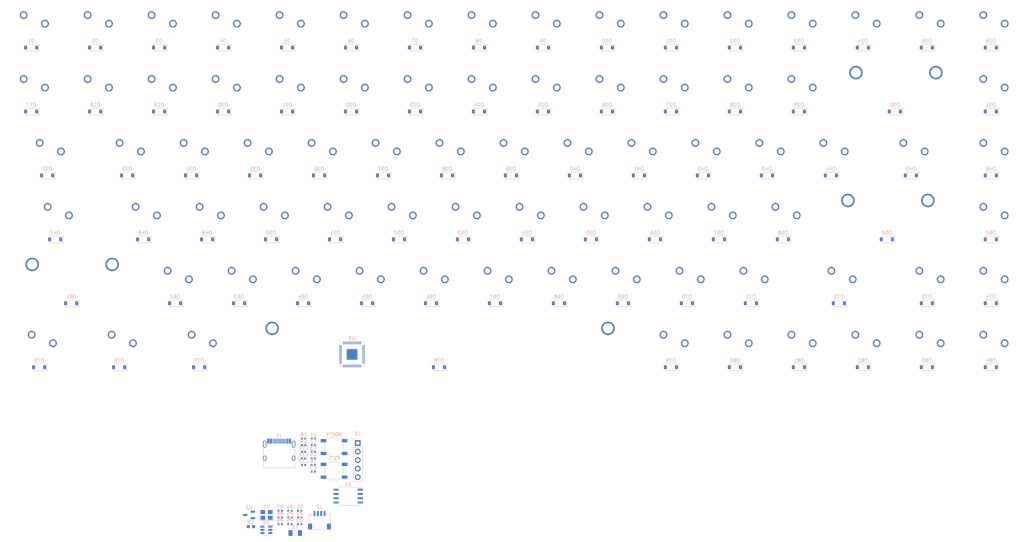
<source format=kicad_pcb>
(kicad_pcb (version 20221018) (generator pcbnew)
  (layers (0 "F.Cu" signal) (31 "B.Cu" signal) (34 "B.Paste" user) (35 "F.Paste" user) (36 "B.SilkS" user "B.Silkscreen") (37 "F.SilkS" user "F.Silkscreen") (38 "B.Mask" user) (39 "F.Mask" user) (44 "Edge.Cuts" user))
  (net 0 "")
  (net 1 "GND")
  (net 2 "Net-(BOOT1-Pad2)")
  (net 3 "+5V")
  (net 4 "+3V3")
  (net 5 "+1V1")
  (net 6 "XIN")
  (net 7 "Net-(C11-Pad2)")
  (net 9 "Net-(D1-A)")
  (net 11 "Net-(D2-A)")
  (net 13 "Net-(D3-A)")
  (net 15 "Net-(D4-A)")
  (net 17 "Net-(D5-A)")
  (net 19 "Net-(D6-A)")
  (net 21 "Net-(D7-A)")
  (net 23 "Net-(D8-A)")
  (net 25 "Net-(D9-A)")
  (net 27 "Net-(D10-A)")
  (net 29 "Net-(D11-A)")
  (net 31 "Net-(D12-A)")
  (net 33 "Net-(D13-A)")
  (net 35 "Net-(D14-A)")
  (net 37 "Net-(D15-A)")
  (net 39 "Net-(D16-A)")
  (net 41 "Net-(D17-A)")
  (net 43 "Net-(D18-A)")
  (net 45 "Net-(D19-A)")
  (net 47 "Net-(D20-A)")
  (net 49 "Net-(D21-A)")
  (net 51 "Net-(D22-A)")
  (net 53 "Net-(D23-A)")
  (net 55 "Net-(D24-A)")
  (net 57 "Net-(D25-A)")
  (net 59 "Net-(D26-A)")
  (net 61 "Net-(D27-A)")
  (net 63 "Net-(D28-A)")
  (net 65 "Net-(D29-A)")
  (net 67 "Net-(D30-A)")
  (net 69 "Net-(D31-A)")
  (net 71 "Net-(D32-A)")
  (net 73 "Net-(D33-A)")
  (net 75 "Net-(D34-A)")
  (net 77 "Net-(D35-A)")
  (net 79 "Net-(D36-A)")
  (net 81 "Net-(D37-A)")
  (net 83 "Net-(D38-A)")
  (net 85 "Net-(D39-A)")
  (net 87 "Net-(D40-A)")
  (net 89 "Net-(D41-A)")
  (net 91 "Net-(D42-A)")
  (net 93 "Net-(D43-A)")
  (net 95 "Net-(D44-A)")
  (net 97 "Net-(D45-A)")
  (net 99 "Net-(D46-A)")
  (net 101 "Net-(D47-A)")
  (net 103 "Net-(D48-A)")
  (net 105 "Net-(D49-A)")
  (net 107 "Net-(D50-A)")
  (net 109 "Net-(D51-A)")
  (net 111 "Net-(D52-A)")
  (net 113 "Net-(D53-A)")
  (net 115 "Net-(D54-A)")
  (net 117 "Net-(D55-A)")
  (net 119 "Net-(D56-A)")
  (net 121 "Net-(D57-A)")
  (net 123 "Net-(D58-A)")
  (net 125 "Net-(D59-A)")
  (net 127 "Net-(D60-A)")
  (net 129 "Net-(D61-A)")
  (net 131 "Net-(D62-A)")
  (net 133 "Net-(D63-A)")
  (net 135 "Net-(D64-A)")
  (net 137 "Net-(D65-A)")
  (net 139 "Net-(D66-A)")
  (net 141 "Net-(D67-A)")
  (net 143 "Net-(D68-A)")
  (net 145 "Net-(D69-A)")
  (net 147 "Net-(D70-A)")
  (net 149 "Net-(D71-A)")
  (net 151 "Net-(D72-A)")
  (net 153 "Net-(D73-A)")
  (net 155 "Net-(D74-A)")
  (net 157 "Net-(D75-A)")
  (net 159 "Net-(D76-A)")
  (net 161 "Net-(D77-A)")
  (net 163 "Net-(D78-A)")
  (net 165 "Net-(D79-A)")
  (net 167 "Net-(D80-A)")
  (net 169 "Net-(D81-A)")
  (net 171 "Net-(D82-A)")
  (net 173 "Net-(D83-A)")
  (net 175 "Net-(D84-A)")
  (net 176 "VBUS")
  (net 177 "Net-(J1-CC1)")
  (net 178 "D+")
  (net 179 "D-")
  (net 181 "Net-(J1-CC2)")
  (net 183 "RESET")
  (net 184 "SWC")
  (net 185 "SWD")
  (net 266 "Net-(R3-Pad2)")
  (net 267 "Q_SEL")
  (net 268 "Net-(U3-USB_DP)")
  (net 269 "Net-(U3-USB_DM)")
  (net 270 "XOUT")
  (net 303 "Q_I03")
  (net 304 "Q_CLK")
  (net 305 "Q_I00")
  (net 306 "Q_I02")
  (net 307 "Q_I01")
  (footprint "Diode_SMD:D_SOD-123" (layer "B.Cu") (at 198.91375 31.59125 180)
    (fp_text reference "D10")
    (fp_text value "D_Small")
  )
  (footprint "Connector_USB:USB_C_Receptacle_HRO_TYPE-C-31-M-12" (layer "B.Cu") (at 101.30875 152.91875 180)
    (fp_text reference "J1")
    (fp_text value "USB_C_Receptacle_USB2.0")
  )
  (footprint "Diode_SMD:D_SOD-123" (layer "B.Cu") (at 141.76375 50.64125 180)
    (fp_text reference "D23")
    (fp_text value "D_Small")
  )
  (footprint "PCM_marbastlib-mx:SW_MX_1u" (layer "B.Cu") (at 313.53125 122.2375 180)
    (fp_text reference "MX84" hide)
    (fp_text value "MX_SW_s")
  )
  (footprint "PCM_marbastlib-mx:SW_MX_1u" (layer "B.Cu") (at 99.21875 84.1375 180)
    (fp_text reference "MX50" hide)
    (fp_text value "MX_SW_s")
  )
  (footprint "PCM_marbastlib-mx:SW_MX_1u" (layer "B.Cu") (at 46.83125 46.0375 180)
    (fp_text reference "MX18" hide)
    (fp_text value "MX_SW_s")
  )
  (footprint "PCM_marbastlib-mx:SW_MX_1u" (layer "B.Cu") (at 294.48125 103.1875 180)
    (fp_text reference "MX73" hide)
    (fp_text value "MX_SW_s")
  )
  (footprint "PCM_marbastlib-mx:SW_MX_1u" (layer "B.Cu") (at 84.93125 26.9875 180)
    (fp_text reference "MX4" hide)
    (fp_text value "MX_SW_s")
  )
  (footprint "Diode_SMD:D_SOD-123" (layer "B.Cu") (at 184.62625 107.79125 180)
    (fp_text reference "D68")
    (fp_text value "D_Small")
  )
  (footprint "Resistor_SMD:R_0402_1005Metric" (layer "B.Cu") (at 101.62875 169.63875 180)
    (fp_text reference "R7")
    (fp_text value "27")
  )
  (footprint "Diode_SMD:D_SOD-123" (layer "B.Cu") (at 132.23875 69.69125 180)
    (fp_text reference "D37")
    (fp_text value "D_Small")
  )
  (footprint "Resistor_SMD:R_0402_1005Metric" (layer "B.Cu") (at 104.53875 173.61875 180)
    (fp_text reference "R6")
    (fp_text value "1k")
  )
  (footprint "PCM_marbastlib-mx:SW_MX_1u" (layer "B.Cu") (at 161.13125 46.0375 180)
    (fp_text reference "MX24" hide)
    (fp_text value "MX_SW_s")
  )
  (footprint "Diode_SMD:D_SOD-123" (layer "B.Cu") (at 227.48875 69.69125 180)
    (fp_text reference "D42")
    (fp_text value "D_Small")
  )
  (footprint "PCM_marbastlib-mx:SW_MX_1u" (layer "B.Cu") (at 294.48125 122.2375 180)
    (fp_text reference "MX83" hide)
    (fp_text value "MX_SW_s")
  )
  (footprint "Diode_SMD:D_SOD-123" (layer "B.Cu") (at 217.96375 126.84125 180)
    (fp_text reference "D79")
    (fp_text value "D_Small")
  )
  (footprint "Diode_SMD:D_SOD-123" (layer "B.Cu") (at 46.51375 50.64125 180)
    (fp_text reference "D18")
    (fp_text value "D_Small")
  )
  (footprint "PCM_marbastlib-mx:SW_MX_1.25u" (layer "B.Cu") (at 77.7875 122.2375 180)
    (fp_text reference "MX77" hide)
    (fp_text value "MX_SW_s")
  )
  (footprint "PCM_marbastlib-mx:SW_MX_1u" (layer "B.Cu") (at 227.80625 65.0875 180)
    (fp_text reference "MX42" hide)
    (fp_text value "MX_SW_s")
  )
  (footprint "Diode_SMD:D_SOD-123" (layer "B.Cu") (at 53.6575 126.84125 180)
    (fp_text reference "D76")
    (fp_text value "D_Small")
  )
  (footprint "PCM_marbastlib-mx:SW_MX_1u" (layer "B.Cu") (at 170.65625 65.0875 180)
    (fp_text reference "MX39" hide)
    (fp_text value "MX_SW_s")
  )
  (footprint "Resistor_SMD:R_0402_1005Metric" (layer "B.Cu") (at 104.53875 169.63875 180)
    (fp_text reference "R4")
    (fp_text value "5.1k")
  )
  (footprint "Diode_SMD:D_SOD-123" (layer "B.Cu") (at 46.51375 31.59125 180)
    (fp_text reference "D2")
    (fp_text value "D_Small")
  )
  (footprint "Diode_SMD:D_SOD-123" (layer "B.Cu") (at 241.77625 107.79125 180)
    (fp_text reference "D71")
    (fp_text value "D_Small")
  )
  (footprint "PCM_marbastlib-mx:SW_MX_1u" (layer "B.Cu") (at 70.64375 103.1875 180)
    (fp_text reference "MX62" hide)
    (fp_text value "MX_SW_s")
  )
  (footprint "PCM_marbastlib-mx:SW_MX_1u" (layer "B.Cu") (at 132.55625 65.0875 180)
    (fp_text reference "MX37" hide)
    (fp_text value "MX_SW_s")
  )
  (footprint "PCM_marbastlib-mx:SW_MX_1u" (layer "B.Cu") (at 94.45625 65.0875 180)
    (fp_text reference "MX35" hide)
    (fp_text value "MX_SW_s")
  )
  (footprint "Diode_SMD:D_SOD-123" (layer "B.Cu") (at 29.845 126.84125 180)
    (fp_text reference "D75")
    (fp_text value "D_Small")
  )
  (footprint "Diode_SMD:D_SOD-123" (layer "B.Cu") (at 151.28875 69.69125 180)
    (fp_text reference "D38")
    (fp_text value "D_Small")
  )
  (footprint "Resistor_SMD:R_0402_1005Metric" (layer "B.Cu") (at 101.62875 173.61875 180)
    (fp_text reference "R9")
    (fp_text value "1k")
  )
  (footprint "Diode_SMD:D_SOD-123" (layer "B.Cu") (at 103.66375 31.59125 180)
    (fp_text reference "D5")
    (fp_text value "D_Small")
  )
  (footprint "PCM_marbastlib-mx:SW_MX_1u" (layer "B.Cu") (at 180.18125 46.0375 180)
    (fp_text reference "MX25" hide)
    (fp_text value "MX_SW_s")
  )
  (footprint "Diode_SMD:D_SOD-123" (layer "B.Cu") (at 282.2575 88.74125 180)
    (fp_text reference "D59")
    (fp_text value "D_Small")
  )
  (footprint "PCM_marbastlib-mx:SW_MX_1u" (layer "B.Cu") (at 127.79375 103.1875 180)
    (fp_text reference "MX65" hide)
    (fp_text value "MX_SW_s")
  )
  (footprint "PCM_marbastlib-mx:SW_MX_1u" (layer "B.Cu") (at 137.31875 84.1375 180)
    (fp_text reference "MX52" hide)
    (fp_text value "MX_SW_s")
  )
  (footprint "Diode_SMD:D_SOD-123" (layer "B.Cu") (at 294.16375 126.84125 180)
    (fp_text reference "D83")
    (fp_text value "D_Small")
  )
  (footprint "PCM_marbastlib-mx:SW_MX_1u" (layer "B.Cu") (at 275.43125 26.9875 180)
    (fp_text reference "MX14" hide)
    (fp_text value "MX_SW_s")
  )
  (footprint "PCM_marbastlib-mx:SW_MX_1u" (layer "B.Cu") (at 123.03125 26.9875 180)
    (fp_text reference "MX6" hide)
    (fp_text value "MX_SW_s")
  )
  (footprint "Diode_SMD:D_SOD-123" (layer "B.Cu") (at 237.01375 126.84125 180)
    (fp_text reference "D80")
    (fp_text value "D_Small")
  )
  (footprint "PCM_marbastlib-mx:STAB_MX_P_6.25u" (layer "B.Cu") (at 149.225 122.2375 180)
    (fp_text reference "MX78" hide)
    (fp_text value "MX_SW_s")
  )
  (footprint "PCM_marbastlib-mx:SW_MX_1u" (layer "B.Cu") (at 313.53125 26.9875 180)
    (fp_text reference "MX16" hide)
    (fp_text value "MX_SW_s")
  )
  (footprint "PCM_marbastlib-mx:SW_MX_1.75u" (layer "B.Cu") (at 34.925 84.1375 180)
    (fp_text reference "MX47" hide)
    (fp_text value "MX_SW_s")
  )
  (footprint "Connector_JST:JST_SH_SM04B-SRSS-TB_1x04-1MP_P1.00mm_Horizontal" (layer "B.Cu") (at 113.32875 172.44875 180)
    (fp_text reference "J2")
    (fp_text value "Conn_01x04")
  )
  (footprint "Diode_SMD:D_SOD-123" (layer "B.Cu") (at 84.61375 50.64125 180)
    (fp_text reference "D20")
    (fp_text value "D_Small")
  )
  (footprint "PCM_marbastlib-mx:SW_MX_1u" (layer "B.Cu") (at 251.61875 84.1375 180)
    (fp_text reference "MX58" hide)
    (fp_text value "MX_SW_s")
  )
  (footprint "PCM_marbastlib-mx:SW_MX_1u" (layer "B.Cu") (at 194.46875 84.1375 180)
    (fp_text reference "MX55" hide)
    (fp_text value "MX_SW_s")
  )
  (footprint "PCM_marbastlib-mx:SW_MX_1u" (layer "B.Cu") (at 246.85625 65.0875 180)
    (fp_text reference "MX43" hide)
    (fp_text value "MX_SW_s")
  )
  (footprint "Diode_SMD:D_SOD-123" (layer "B.Cu") (at 222.72625 107.79125 180)
    (fp_text reference "D70")
    (fp_text value "D_Small")
  )
  (footprint "Diode_SMD:D_SOD-123" (layer "B.Cu") (at 165.57625 107.79125 180)
    (fp_text reference "D67")
    (fp_text value "D_Small")
  )
  (footprint "PCM_marbastlib-mx:SW_MX_1u" (layer "B.Cu") (at 61.11875 84.1375 180)
    (fp_text reference "MX48" hide)
    (fp_text value "MX_SW_s")
  )
  (footprint "Diode_SMD:D_SOD-123" (layer "B.Cu") (at 217.96375 50.64125 180)
    (fp_text reference "D27")
    (fp_text value "D_Small")
  )
  (footprint "Package_SO:SOIC-8_5.23x5.23mm_P1.27mm" (layer "B.Cu") (at 121.86875 165.25875 180)
    (fp_text reference "U4")
    (fp_text value "W25Q128JVS")
  )
  (footprint "Diode_SMD:D_SOD-123" (layer "B.Cu") (at 60.80125 88.74125 180)
    (fp_text reference "D48")
    (fp_text value "D_Small")
  )
  (footprint "PCM_marbastlib-mx:SW_MX_1u" (layer "B.Cu") (at 165.89375 103.1875 180)
    (fp_text reference "MX67" hide)
    (fp_text value "MX_SW_s")
  )
  (footprint "PCM_marbastlib-mx:SW_MX_1u" (layer "B.Cu") (at 275.43125 122.2375 180)
    (fp_text reference "MX82" hide)
    (fp_text value "MX_SW_s")
  )
  (footprint "PCM_marbastlib-mx:SW_MX_1u" (layer "B.Cu") (at 89.69375 103.1875 180)
    (fp_text reference "MX63" hide)
    (fp_text value "MX_SW_s")
  )
  (footprint "Diode_SMD:D_SOD-123" (layer "B.Cu") (at 237.01375 50.64125 180)
    (fp_text reference "D28")
    (fp_text value "D_Small")
  )
  (footprint "Diode_SMD:D_SOD-123" (layer "B.Cu") (at 208.43875 69.69125 180)
    (fp_text reference "D41")
    (fp_text value "D_Small")
  )
  (footprint "Diode_SMD:D_SOD-123" (layer "B.Cu") (at 56.03875 69.69125 180)
    (fp_text reference "D33")
    (fp_text value "D_Small")
  )
  (footprint "Diode_SMD:D_SOD-123" (layer "B.Cu") (at 34.6075 88.74125 180)
    (fp_text reference "D47")
    (fp_text value "D_Small")
  )
  (footprint "PCM_marbastlib-mx:SW_MX_1u" (layer "B.Cu") (at 313.53125 65.0875 180)
    (fp_text reference "MX46" hide)
    (fp_text value "MX_SW_s")
  )
  (footprint "Diode_SMD:D_SOD-123" (layer "B.Cu") (at 275.11375 126.84125 180)
    (fp_text reference "D82")
    (fp_text value "D_Small")
  )
  (footprint "Connector_PinSocket_2.54mm:PinSocket_1x05_P2.54mm_Vertical" (layer "B.Cu") (at 124.71875 149.44875 180)
    (fp_text reference "J3")
    (fp_text value "Conn_01x05")
  )
  (footprint "PCM_marbastlib-mx:SW_MX_1u" (layer "B.Cu") (at 256.38125 46.0375 180)
    (fp_text reference "MX29" hide)
    (fp_text value "MX_SW_s")
  )
  (footprint "Capacitor_SMD:C_0402_1005Metric" (layer "B.Cu") (at 108.58875 152.04875 180)
    (fp_text reference "C10")
    (fp_text value "22p")
  )
  (footprint "Diode_SMD:D_SOD-123" (layer "B.Cu") (at 313.21375 69.69125 180)
    (fp_text reference "D46")
    (fp_text value "D_Small")
  )
  (footprint "PCM_marbastlib-mx:SW_MX_1u" (layer "B.Cu") (at 199.23125 46.0375 180)
    (fp_text reference "MX26" hide)
    (fp_text value "MX_SW_s")
  )
  (footprint "Diode_SMD:D_SOD-123" (layer "B.Cu") (at 65.56375 31.59125 180)
    (fp_text reference "D3")
    (fp_text value "D_Small")
  )
  (footprint "Diode_SMD:D_SOD-123" (layer "B.Cu") (at 137.00125 88.74125 180)
    (fp_text reference "D52")
    (fp_text value "D_Small")
  )
  (footprint "Diode_SMD:D_SOD-123" (layer "B.Cu") (at 179.86375 31.59125 180)
    (fp_text reference "D9")
    (fp_text value "D_Small")
  )
  (footprint "PCM_marbastlib-mx:SW_MX_1u" (layer "B.Cu") (at 294.48125 26.9875 180)
    (fp_text reference "MX15" hide)
    (fp_text value "MX_SW_s")
  )
  (footprint "Resistor_SMD:R_0402_1005Metric" (layer "B.Cu") (at 107.44875 171.62875 180)
    (fp_text reference "R2")
    (fp_text value "5.1k")
  )
  (footprint "PCM_marbastlib-mx:SW_MX_1u" (layer "B.Cu") (at 80.16875 84.1375 180)
    (fp_text reference "MX49" hide)
    (fp_text value "MX_SW_s")
  )
  (footprint "Diode_SMD:D_SOD-123" (layer "B.Cu") (at 313.21375 31.59125 180)
    (fp_text reference "D16")
    (fp_text value "D_Small")
  )
  (footprint "Diode_SMD:D_SOD-123" (layer "B.Cu") (at 27.46375 50.64125 180)
    (fp_text reference "D17")
    (fp_text value "D_Small")
  )
  (footprint "PCM_marbastlib-mx:SW_MX_1u" (layer "B.Cu") (at 218.28125 26.9875 180)
    (fp_text reference "MX11" hide)
    (fp_text value "MX_SW_s")
  )
  (footprint "PCM_marbastlib-mx:SW_MX_1u" (layer "B.Cu") (at 242.09375 103.1875 180)
    (fp_text reference "MX71" hide)
    (fp_text value "MX_SW_s")
  )
  (footprint "Diode_SMD:D_SOD-123" (layer "B.Cu") (at 313.21375 50.64125 180)
    (fp_text reference "D31")
    (fp_text value "D_Small")
  )
  (footprint "Diode_SMD:D_SOD-123" (layer "B.Cu") (at 108.42625 107.79125 180)
    (fp_text reference "D64")
    (fp_text value "D_Small")
  )
  (footprint "Capacitor_SMD:C_0402_1005Metric" (layer "B.Cu") (at 108.58875 154.01875 180)
    (fp_text reference "C11")
    (fp_text value "22p")
  )
  (footprint "Resistor_SMD:R_0402_1005Metric" (layer "B.Cu") (at 107.44875 169.63875 180)
    (fp_text reference "R1")
    (fp_text value "5.1k")
  )
  (footprint "Diode_SMD:D_SOD-123" (layer "B.Cu") (at 39.37 107.79125 180)
    (fp_text reference "D61")
    (fp_text value "D_Small")
  )
  (footprint "PCM_marbastlib-mx:SW_MX_1u" (layer "B.Cu") (at 146.84375 103.1875 180)
    (fp_text reference "MX66" hide)
    (fp_text value "MX_SW_s")
  )
  (footprint "Diode_SMD:D_SOD-123" (layer "B.Cu") (at 77.47 126.84125 180)
    (fp_text reference "D77")
    (fp_text value "D_Small")
  )
  (footprint "Diode_SMD:D_SOD-123" (layer "B.Cu") (at 275.11375 31.59125 180)
    (fp_text reference "D14")
    (fp_text value "D_Small")
  )
  (footprint "Resistor_SMD:R_0402_1005Metric" (layer "B.Cu") (at 104.53875 171.62875 180)
    (fp_text reference "R5")
    (fp_text value "5.1k")
  )
  (footprint "Diode_SMD:D_SOD-123" (layer "B.Cu") (at 75.08875 69.69125 180)
    (fp_text reference "D34")
    (fp_text value "D_Small")
  )
  (footprint "Diode_SMD:D_SOD-123" (layer "B.Cu") (at 284.63875 50.64125 180)
    (fp_text reference "D30")
    (fp_text value "D_Small")
  )
  (footprint "Resistor_SMD:R_0402_1005Metric" (layer "B.Cu") (at 101.62875 171.62875 180)
    (fp_text reference "R8")
    (fp_text value "27")
  )
  (footprint "PCM_marbastlib-mx:SW_MX_1u" (layer "B.Cu") (at 156.36875 84.1375 180)
    (fp_text reference "MX53" hide)
    (fp_text value "MX_SW_s")
  )
  (footprint "PCM_marbastlib-various:SOT-23-6-routable" (layer "B.Cu") (at 97.51375 175.31875 180)
    (fp_text reference "U2")
    (fp_text value "SRV05-4")
  )
  (footprint "PCM_marbastlib-mx:SW_MX_1.25u" (layer "B.Cu") (at 53.975 122.2375 180)
    (fp_text reference "MX76" hide)
    (fp_text value "MX_SW_s")
  )
  (footprint "PCM_marbastlib-mx:SW_MX_1u" (layer "B.Cu") (at 27.78125 46.0375 180)
    (fp_text reference "MX17" hide)
    (fp_text value "MX_SW_s")
  )
  (footprint "Diode_SMD:D_SOD-123" (layer "B.Cu") (at 148.9075 126.84125 180)
    (fp_text reference "D78")
    (fp_text value "D_Small")
  )
  (footprint "PCM_marbastlib-mx:SW_MX_1u" (layer "B.Cu") (at 65.88125 46.0375 180)
    (fp_text reference "MX19" hide)
    (fp_text value "MX_SW_s")
  )
  (footprint "PCM_marbastlib-mx:SW_MX_1u" (layer "B.Cu") (at 180.18125 26.9875 180)
    (fp_text reference "MX9" hide)
    (fp_text value "MX_SW_s")
  )
  (footprint "Diode_SMD:D_SOD-123" (layer "B.Cu") (at 313.21375 126.84125 180)
    (fp_text reference "D84")
    (fp_text value "D_Small")
  )
  (footprint "Diode_SMD:D_SOD-123" (layer "B.Cu") (at 122.71375 31.59125 180)
    (fp_text reference "D6")
    (fp_text value "D_Small")
  )
  (footprint "Capacitor_SMD:C_0402_1005Metric" (layer "B.Cu") (at 111.45875 154.01875 180)
    (fp_text reference "C4")
    (fp_text value "100n")
  )
  (footprint "Diode_SMD:D_SOD-123" (layer "B.Cu") (at 203.67625 107.79125 180)
    (fp_text reference "D69")
    (fp_text value "D_Small")
  )
  (footprint "PCM_marbastlib-mx:SW_MX_1u" (layer "B.Cu") (at 175.41875 84.1375 180)
    (fp_text reference "MX54" hide)
    (fp_text value "MX_SW_s")
  )
  (footprint "Diode_SMD:D_SOD-123" (layer "B.Cu") (at 289.40125 69.69125 180)
    (fp_text reference "D45")
    (fp_text value "D_Small")
  )
  (footprint "Package_DFN_QFN:QFN-56-1EP_7x7mm_P0.4mm_EP3.2x3.2mm" (layer "B.Cu") (at 123.025 123.025 180)
    (fp_text reference "U3")
    (fp_text value "RP2040")
  )
  (footprint "Diode_SMD:D_SOD-123" (layer "B.Cu") (at 84.61375 31.59125 180)
    (fp_text reference "D4")
    (fp_text value "D_Small")
  )
  (footprint "PCM_marbastlib-mx:SW_MX_1u" (layer "B.Cu") (at 265.90625 65.0875 180)
    (fp_text reference "MX44" hide)
    (fp_text value "MX_SW_s")
  )
  (footprint "PCM_marbastlib-mx:SW_MX_1u" (layer "B.Cu") (at 103.98125 26.9875 180)
    (fp_text reference "MX5" hide)
    (fp_text value "MX_SW_s")
  )
  (footprint "Button_Switch_SMD:SW_SPST_TL3342" (layer "B.Cu") (at 117.66875 150.64875 180)
    (fp_text reference "BOOT1")
    (fp_text value "SW_Push")
  )
  (footprint "Diode_SMD:D_SOD-123" (layer "B.Cu") (at 146.52625 107.79125 180)
    (fp_text reference "D66")
    (fp_text value "D_Small")
  )
  (footprint "Diode_SMD:D_SOD-123" (layer "B.Cu") (at 294.16375 107.79125 180)
    (fp_text reference "D73")
    (fp_text value "D_Small")
  )
  (footprint "Diode_SMD:D_SOD-123" (layer "B.Cu") (at 267.97 107.79125 180)
    (fp_text reference "D72")
    (fp_text value "D_Small")
  )
  (footprint "Diode_SMD:D_SOD-123" (layer "B.Cu") (at 313.21375 107.79125 180)
    (fp_text reference "D74")
    (fp_text value "D_Small")
  )
  (footprint "Button_Switch_SMD:SW_SPST_TL3342" (layer "B.Cu") (at 117.66875 157.69875 180)
    (fp_text reference "RST1")
    (fp_text value "SW_Push")
  )
  (footprint "Diode_SMD:D_SOD-123" (layer "B.Cu") (at 103.66375 50.64125 180)
    (fp_text reference "D21")
    (fp_text value "D_Small")
  )
  (footprint "Diode_SMD:D_SOD-123" (layer "B.Cu") (at 198.91375 50.64125 180)
    (fp_text reference "D26")
    (fp_text value "D_Small")
  )
  (footprint "PCM_marbastlib-mx:SW_MX_1u" (layer "B.Cu") (at 223.04375 103.1875 180)
    (fp_text reference "MX70" hide)
    (fp_text value "MX_SW_s")
  )
  (footprint "Diode_SMD:D_SOD-123" (layer "B.Cu") (at 213.20125 88.74125 180)
    (fp_text reference "D56")
    (fp_text value "D_Small")
  )
  (footprint "Diode_SMD:D_SOD-123" (layer "B.Cu") (at 246.53875 69.69125 180)
    (fp_text reference "D43")
    (fp_text value "D_Small")
  )
  (footprint "PCM_marbastlib-mx:SW_MX_1u" (layer "B.Cu") (at 313.53125 84.1375 180)
    (fp_text reference "MX60" hide)
    (fp_text value "MX_SW_s")
  )
  (footprint "PCM_marbastlib-mx:STAB_MX_P_2.25u" (layer "B.Cu") (at 282.575 84.1375 180)
    (fp_text reference "MX59" hide)
    (fp_text value "MX_SW_s")
  )
  (footprint "PCM_marbastlib-mx:SW_MX_1u" (layer "B.Cu") (at 203.99375 103.1875 180)
    (fp_text reference "MX69" hide)
    (fp_text value "MX_SW_s")
  )
  (footprint "Diode_SMD:D_SOD-123" (layer "B.Cu") (at 156.05125 88.74125 180)
    (fp_text reference "D53")
    (fp_text value "D_Small")
  )
  (footprint "Diode_SMD:D_SOD-123" (layer "B.Cu") (at 256.06375 50.64125 180)
    (fp_text reference "D29")
    (fp_text value "D_Small")
  )
  (footprint "PCM_marbastlib-mx:SW_MX_1u" (layer "B.Cu") (at 65.88125 26.9875 180)
    (fp_text reference "MX3" hide)
    (fp_text value "MX_SW_s")
  )
  (footprint "PCM_marbastlib-mx:SW_MX_1u" (layer "B.Cu") (at 56.35625 65.0875 180)
    (fp_text reference "MX33" hide)
    (fp_text value "MX_SW_s")
  )
  (footprint "Diode_SMD:D_SOD-123" (layer "B.Cu") (at 256.06375 31.59125 180)
    (fp_text reference "D13")
    (fp_text value "D_Small")
  )
  (footprint "PCM_marbastlib-mx:SW_MX_1u" (layer "B.Cu") (at 84.93125 46.0375 180)
    (fp_text reference "MX20" hide)
    (fp_text value "MX_SW_s")
  )
  (footprint "Capacitor_SMD:C_0402_1005Metric" (layer "B.Cu") (at 108.58875 148.10875 180)
    (fp_text reference "C8")
    (fp_text value "100n")
  )
  (footprint "PCM_marbastlib-mx:SW_MX_1u" (layer "B.Cu") (at 142.08125 46.0375 180)
    (fp_text reference "MX23" hide)
    (fp_text value "MX_SW_s")
  )
  (footprint "PCM_marbastlib-mx:SW_MX_1u" (layer "B.Cu") (at 103.98125 46.0375 180)
    (fp_text reference "MX21" hide)
    (fp_text value "MX_SW_s")
  )
  (footprint "PCM_marbastlib-mx:SW_MX_1u" (layer "B.Cu") (at 313.53125 103.1875 180)
    (fp_text reference "MX74" hide)
    (fp_text value "MX_SW_s")
  )
  (footprint "Diode_SMD:D_SOD-123" (layer "B.Cu") (at 294.16375 31.59125 180)
    (fp_text reference "D15")
    (fp_text value "D_Small")
  )
  (footprint "Diode_SMD:D_SOD-123" (layer "B.Cu") (at 70.32625 107.79125 180)
    (fp_text reference "D62")
    (fp_text value "D_Small")
  )
  (footprint "Diode_SMD:D_SOD-123" (layer "B.Cu") (at 194.15125 88.74125 180)
    (fp_text reference "D55")
    (fp_text value "D_Small")
  )
  (footprint "PCM_marbastlib-mx:SW_MX_1u" (layer "B.Cu") (at 46.83125 26.9875 180)
    (fp_text reference "MX2" hide)
    (fp_text value "MX_SW_s")
  )
  (footprint "Diode_SMD:D_SOD-123" (layer "B.Cu") (at 237.01375 31.59125 180)
    (fp_text reference "D12")
    (fp_text value "D_Small")
  )
  (footprint "Diode_SMD:D_SOD-123" (layer "B.Cu") (at 89.37625 107.79125 180)
    (fp_text reference "D63")
    (fp_text value "D_Small")
  )
  (footprint "Diode_SMD:D_SOD-123" (layer "B.Cu") (at 65.56375 50.64125 180)
    (fp_text reference "D19")
    (fp_text value "D_Small")
  )
  (footprint "Diode_SMD:D_SOD-123" (layer "B.Cu") (at 117.95125 88.74125 180)
    (fp_text reference "D51")
    (fp_text value "D_Small")
  )
  (footprint "PCM_marbastlib-mx:SW_MX_1u" (layer "B.Cu") (at 313.53125 46.0375 180)
    (fp_text reference "MX31" hide)
    (fp_text value "MX_SW_s")
  )
  (footprint "Capacitor_SMD:C_0402_1005Metric" (layer "B.Cu") (at 111.45875 157.95875 180)
    (fp_text reference "C7")
    (fp_text value "100n")
  )
  (footprint "PCM_marbastlib-mx:SW_MX_1u" (layer "B.Cu") (at 161.13125 26.9875 180)
    (fp_text reference "MX8" hide)
    (fp_text value "MX_SW_s")
  )
  (footprint "Diode_SMD:D_SOD-123" (layer "B.Cu") (at 251.30125 88.74125 180)
    (fp_text reference "D58")
    (fp_text value "D_Small")
  )
  (footprint "Diode_SMD:D_SOD-123" (layer "B.Cu") (at 94.13875 69.69125 180)
    (fp_text reference "D35")
    (fp_text value "D_Small")
  )
  (footprint "PCM_marbastlib-mx:SW_MX_1u" (layer "B.Cu") (at 189.70625 65.0875 180)
    (fp_text reference "MX40" hide)
    (fp_text value "MX_SW_s")
  )
  (footprint "Capacitor_SMD:C_0603_1608Metric" (layer "B.Cu") (at 92.91875 174.34875 180)
    (fp_text reference "C5")
    (fp_text value "10u")
  )
  (footprint "PCM_marbastlib-mx:SW_MX_1u" (layer "B.Cu") (at 151.60625 65.0875 180)
    (fp_text reference "MX38" hide)
    (fp_text value "MX_SW_s")
  )
  (footprint "Diode_SMD:D_SOD-123" (layer "B.Cu") (at 170.33875 69.69125 180)
    (fp_text reference "D39")
    (fp_text value "D_Small")
  )
  (footprint "Diode_SMD:D_SOD-123" (layer "B.Cu") (at 27.46375 31.59125 180)
    (fp_text reference "D1")
    (fp_text value "D_Small")
  )
  (footprint "PCM_marbastlib-mx:SW_MX_1u" (layer "B.Cu") (at 256.38125 122.2375 180)
    (fp_text reference "MX81" hide)
    (fp_text value "MX_SW_s")
  )
  (footprint "PCM_marbastlib-mx:STAB_MX_P_2u" (layer "B.Cu") (at 284.95625 46.0375 180)
    (fp_text reference "MX30" hide)
    (fp_text value "MX_SW_s")
  )
  (footprint "Diode_SMD:D_SOD-123" (layer "B.Cu") (at 313.21375 88.74125 180)
    (fp_text reference "D60")
    (fp_text value "D_Small")
  )
  (footprint "PCM_marbastlib-mx:SW_MX_1u" (layer "B.Cu") (at 237.33125 122.2375 180)
    (fp_text reference "MX80" hide)
    (fp_text value "MX_SW_s")
  )
  (footprint "PCM_marbastlib-mx:SW_MX_1u" (layer "B.Cu") (at 108.74375 103.1875 180)
    (fp_text reference "MX64" hide)
    (fp_text value "MX_SW_s")
  )
  (footprint "Diode_SMD:D_SOD-123" (layer "B.Cu") (at 189.38875 69.69125 180)
    (fp_text reference "D40")
    (fp_text value "D_Small")
  )
  (footprint "Crystal:Crystal_SMD_3225-4Pin_3.2x2.5mm" (layer "B.Cu") (at 97.54875 170.86875 180)
    (fp_text reference "Y1")
    (fp_text value "Crystal_GND24")
  )
  (footprint "Resistor_SMD:R_0402_1005Metric" (layer "B.Cu") (at 107.44875 173.61875 180)
    (fp_text reference "R3")
    (fp_text value "5.1k")
  )
  (footprint "Diode_SMD:D_SOD-123" (layer "B.Cu") (at 179.86375 50.64125 180)
    (fp_text reference "D25")
    (fp_text value "D_Small")
  )
  (footprint "Diode_SMD:D_SOD-123" (layer "B.Cu") (at 32.22625 69.69125 180)
    (fp_text reference "D32")
    (fp_text value "D_Small")
  )
  (footprint "PCM_marbastlib-mx:SW_MX_1u" (layer "B.Cu") (at 199.23125 26.9875 180)
    (fp_text reference "MX10" hide)
    (fp_text value "MX_SW_s")
  )
  (footprint "PCM_marbastlib-mx:SW_MX_1u" (layer "B.Cu") (at 142.08125 26.9875 180)
    (fp_text reference "MX7" hide)
    (fp_text value "MX_SW_s")
  )
  (footprint "Fuse:Fuse_1206_3216Metric" (layer "B.Cu") (at 106.09875 176.25875 180)
    (fp_text reference "F1")
    (fp_text value "Fuse_Small")
  )
  (footprint "PCM_marbastlib-mx:SW_MX_1u" (layer "B.Cu") (at 113.50625 65.0875 180)
    (fp_text reference "MX36" hide)
    (fp_text value "MX_SW_s")
  )
  (footprint "Diode_SMD:D_SOD-123" (layer "B.Cu") (at 217.96375 31.59125 180)
    (fp_text reference "D11")
    (fp_text value "D_Small")
  )
  (footprint "PCM_marbastlib-mx:SW_MX_1u" (layer "B.Cu") (at 184.94375 103.1875 180)
    (fp_text reference "MX68" hide)
    (fp_text value "MX_SW_s")
  )
  (footprint "Diode_SMD:D_SOD-123" (layer "B.Cu") (at 175.10125 88.74125 180)
    (fp_text reference "D54")
    (fp_text value "D_Small")
  )
  (footprint "PCM_marbastlib-mx:SW_MX_1u" (layer "B.Cu") (at 237.33125 26.9875 180)
    (fp_text reference "MX12" hide)
    (fp_text value "MX_SW_s")
  )
  (footprint "PCM_marbastlib-mx:SW_MX_1.5u" (layer "B.Cu") (at 32.54375 65.0875 180)
    (fp_text reference "MX32" hide)
    (fp_text value "MX_SW_s")
  )
  (footprint "PCM_marbastlib-mx:SW_MX_1u" (layer "B.Cu") (at 123.03125 46.0375 180)
    (fp_text reference "MX22" hide)
    (fp_text value "MX_SW_s")
  )
  (footprint "Diode_SMD:D_SOD-123" (layer "B.Cu") (at 265.58875 69.69125 180)
    (fp_text reference "D44")
    (fp_text value "D_Small")
  )
  (footprint "Diode_SMD:D_SOD-123" (layer "B.Cu") (at 113.18875 69.69125 180)
    (fp_text reference "D36")
    (fp_text value "D_Small")
  )
  (footprint "PCM_marbastlib-mx:SW_MX_1.75u" (layer "B.Cu") (at 268.2875 103.1875 180)
    (fp_text reference "MX72" hide)
    (fp_text value "MX_SW_s")
  )
  (footprint "Diode_SMD:D_SOD-123" (layer "B.Cu") (at 79.85125 88.74125 180)
    (fp_text reference "D49")
    (fp_text value "D_Small")
  )
  (footprint "Diode_SMD:D_SOD-123" (layer "B.Cu") (at 160.81375 31.59125 180)
    (fp_text reference "D8")
    (fp_text value "D_Small")
  )
  (footprint "Diode_SMD:D_SOD-123" (layer "B.Cu") (at 122.71375 50.64125 180)
    (fp_text reference "D22")
    (fp_text value "D_Small")
  )
  (footprint "PCM_marbastlib-mx:SW_MX_1u" (layer "B.Cu") (at 213.51875 84.1375 180)
    (fp_text reference "MX56" hide)
    (fp_text value "MX_SW_s")
  )
  (footprint "PCM_marbastlib-mx:STAB_MX_P_2.25u" (layer "B.Cu") (at 39.6875 103.1875 180)
    (fp_text reference "MX61" hide)
    (fp_text value "MX_SW_s")
  )
  (footprint "PCM_marbastlib-mx:SW_MX_1u" (layer "B.Cu") (at 256.38125 26.9875 180)
    (fp_text reference "MX13" hide)
    (fp_text value "MX_SW_s")
  )
  (footprint "PCM_marbastlib-mx:SW_MX_1u" (layer "B.Cu") (at 75.40625 65.0875 180)
    (fp_text reference "MX34" hide)
    (fp_text value "MX_SW_s")
  )
  (footprint "Capacitor_SMD:C_0402_1005Metric" (layer "B.Cu") (at 111.45875 155.98875 180)
    (fp_text reference "C6")
    (fp_text value "1u")
  )
  (footprint "PCM_marbastlib-mx:SW_MX_1u" (layer "B.Cu") (at 118.26875 84.1375 180)
    (fp_text reference "MX51" hide)
    (fp_text value "MX_SW_s")
  )
  (footprint "PCM_marbastlib-mx:SW_MX_1.25u" (layer "B.Cu") (at 30.1625 122.2375 180)
    (fp_text reference "MX75" hide)
    (fp_text value "MX_SW_s")
  )
  (footprint "PCM_marbastlib-mx:SW_MX_1.5u" (layer "B.Cu") (at 289.71875 65.0875 180)
    (fp_text reference "MX45" hide)
    (fp_text value "MX_SW_s")
  )
  (footprint "Capacitor_SMD:C_0402_1005Metric" (layer "B.Cu") (at 108.58875 150.07875 180)
    (fp_text reference "C9")
    (fp_text value "100n")
  )
  (footprint "PCM_marbastlib-mx:SW_MX_1u" (layer "B.Cu") (at 237.33125 46.0375 180)
    (fp_text reference "MX28" hide)
    (fp_text value "MX_SW_s")
  )
  (footprint "Capacitor_SMD:C_0402_1005Metric" (layer "B.Cu") (at 111.45875 150.07875 180)
    (fp_text reference "C2")
    (fp_text value "1u")
  )
  (footprint "PCM_marbastlib-mx:SW_MX_1u" (layer "B.Cu") (at 218.28125 46.0375 180)
    (fp_text reference "MX27" hide)
    (fp_text value "MX_SW_s")
  )
  (footprint "Diode_SMD:D_SOD-123" (layer "B.Cu") (at 127.47625 107.79125 180)
    (fp_text reference "D65")
    (fp_text value "D_Small")
  )
  (footprint "PCM_marbastlib-mx:SW_MX_1u" (layer "B.Cu") (at 232.56875 84.1375 180)
    (fp_text reference "MX57" hide)
    (fp_text value "MX_SW_s")
  )
  (footprint "Package_TO_SOT_SMD:SOT-23-3" (layer "B.Cu") (at 92.34875 170.86875 180)
    (fp_text reference "U1")
    (fp_text value "XC6206PxxxMR")
  )
  (footprint "Diode_SMD:D_SOD-123" (layer "B.Cu") (at 160.81375 50.64125 180)
    (fp_text reference "D24")
    (fp_text value "D_Small")
  )
  (footprint "PCM_marbastlib-mx:SW_MX_1u" (layer "B.Cu") (at 218.28125 122.2375 180)
    (fp_text reference "MX79" hide)
    (fp_text value "MX_SW_s")
  )
  (footprint "Capacitor_SMD:C_0402_1005Metric" (layer "B.Cu") (at 111.45875 152.04875 180)
    (fp_text reference "C3")
    (fp_text value "1u")
  )
  (footprint "Capacitor_SMD:C_0402_1005Metric" (layer "B.Cu") (at 108.58875 155.98875 180)
    (fp_text reference "C12")
    (fp_text value "1u")
  )
  (footprint "Diode_SMD:D_SOD-123" (layer "B.Cu") (at 141.76375 31.59125 180)
    (fp_text reference "D7")
    (fp_text value "D_Small")
  )
  (footprint "Diode_SMD:D_SOD-123" (layer "B.Cu") (at 98.90125 88.74125 180)
    (fp_text reference "D50")
    (fp_text value "D_Small")
  )
  (footprint "PCM_marbastlib-mx:SW_MX_1u" (layer "B.Cu") (at 208.75625 65.0875 180)
    (fp_text reference "MX41" hide)
    (fp_text value "MX_SW_s")
  )
  (footprint "PCM_marbastlib-mx:SW_MX_1u" (layer "B.Cu") (at 27.78125 26.9875 180)
    (fp_text reference "MX1" hide)
    (fp_text value "MX_SW_s")
  )
  (footprint "Diode_SMD:D_SOD-123" (layer "B.Cu") (at 232.25125 88.74125 180)
    (fp_text reference "D57")
    (fp_text value "D_Small")
  )
  (footprint "Diode_SMD:D_SOD-123" (layer "B.Cu") (at 256.06375 126.84125 180)
    (fp_text reference "D81")
    (fp_text value "D_Small")
  )
  (footprint "Capacitor_SMD:C_0402_1005Metric" (layer "B.Cu") (at 111.45875 148.10875 180)
    (fp_text reference "C1")
    (fp_text value "1u")
  )
)
</source>
